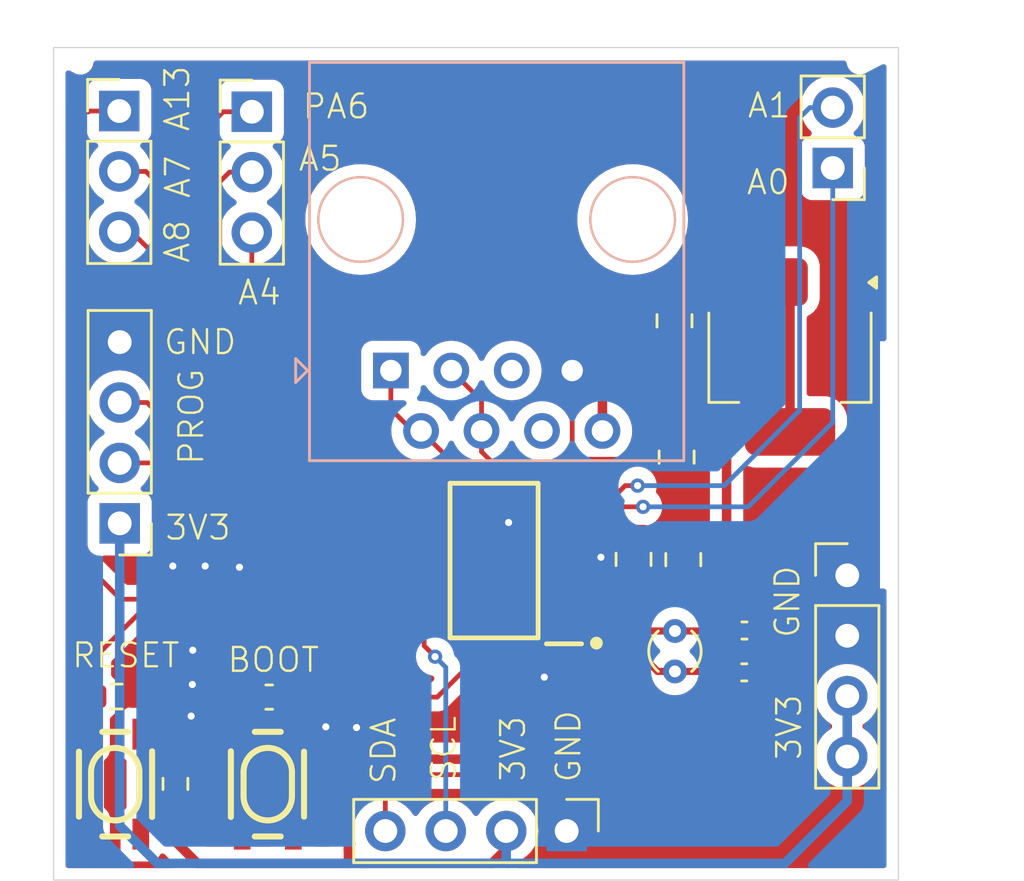
<source format=kicad_pcb>
(kicad_pcb (version 20240108) (generator "pcbnew") (generator_version "8.0")
  (layers (0 "F.Cu" signal) (31 "B.Cu" signal) (34 "B.Paste" user) (35 "F.Paste" user) (36 "B.SilkS" user "B.Silkscreen") (37 "F.SilkS" user "F.Silkscreen") (38 "B.Mask" user) (39 "F.Mask" user) (44 "Edge.Cuts" user))
  (net 0 "")
  (net 1 "OSCIN")
  (net 2 "VSS")
  (net 3 "OSCOUT")
  (net 4 "3V3")
  (net 5 "NRST")
  (net 6 "5V")
  (net 7 "PA4")
  (net 8 "PA7")
  (net 9 "I2C_SDA")
  (net 10 "USART1_RX")
  (net 11 "I2C_SCL")
  (net 12 "PA6")
  (net 13 "USART1_TX")
  (net 14 "BOOT")
  (net 15 "PA0")
  (net 16 "PA8")
  (net 17 "PA5")
  (net 18 "PA13")
  (net 19 "PA1")
  (net 20 "USART_RX")
  (net 21 "USART_TX")
  (net 22 "/I2C1_SDA_OLED")
  (net 23 "/I2C1_SCL_OLED")
  (net 24 "Net-(SW2-A)")
  (footprint "Package_TO_SOT_SMD:SOT-223-3_TabPin2" (layer "F.Cu") (at 133.4425 113.01 -90)
    (property "Reference" "U1" (hide yes))
    (property "Value" "LM1117-3.3")
    (fp_line (start -1.85 3.41) (end 1.91 3.41) (stroke (width 0.12)) (layer "F.SilkS"))
    (fp_line (start 1.91 3.41) (end 1.91 2.15) (stroke (width 0.12)) (layer "F.SilkS"))
    (fp_line (start -1.85 -3.41) (end 1.91 -3.41) (stroke (width 0.12)) (layer "F.SilkS"))
    (fp_line (start 1.91 -3.41) (end 1.91 -2.15) (stroke (width 0.12)) (layer "F.SilkS"))
    (fp_poly (pts (xy -3.13 -3.31) (xy -3.37 -3.64) (xy -2.89 -3.64) (xy -3.13 -3.31)) (stroke (width 0.12)) (fill solid) (layer "F.SilkS"))
    (pad "1" smd roundrect (at -3.15 -2.3 270) (size 2 1.5) (layers "F.Cu" "F.Paste" "F.Mask") (net 2 "VSS"))
    (pad "2" smd roundrect (at -3.15 0 270) (size 2 1.5) (layers "F.Cu" "F.Paste" "F.Mask") (net 4 "3V3"))
    (pad "2" smd roundrect (at 3.15 0 270) (size 2 3.8) (layers "F.Cu" "F.Paste" "F.Mask") (net 4 "3V3"))
    (pad "3" smd roundrect (at -3.15 2.3 270) (size 2 1.5) (layers "F.Cu" "F.Paste" "F.Mask") (net 6 "5V"))
  )
  (footprint "Capacitor_SMD:C_0603_1608Metric" (layer "F.Cu") (at 111.56 127.31)
    (property "Reference" "C5" (hide yes))
    (property "Value" "100nF")
    (fp_line (start -0.14058 -0.51) (end 0.14058 -0.51) (stroke (width 0.12)) (layer "F.SilkS"))
    (fp_line (start -0.14058 0.51) (end 0.14058 0.51) (stroke (width 0.12)) (layer "F.SilkS"))
    (pad "1" smd roundrect (at -0.775 0) (size 0.9 0.95) (layers "F.Cu" "F.Paste" "F.Mask") (net 2 "VSS"))
    (pad "2" smd roundrect (at 0.775 0) (size 0.9 0.95) (layers "F.Cu" "F.Paste" "F.Mask") (net 5 "NRST"))
  )
  (footprint "Connector_PinHeader_2.54mm:PinHeader_1x03_P2.54mm_Vertical" (layer "F.Cu") (at 110.83 102.7)
    (property "Reference" "J5" (hide yes))
    (property "Value" "GPIO OUT")
    (fp_line (start -1.33 -1.33) (end 0 -1.33) (stroke (width 0.12)) (layer "F.SilkS"))
    (fp_line (start -1.33 0) (end -1.33 -1.33) (stroke (width 0.12)) (layer "F.SilkS"))
    (fp_line (start -1.33 1.27) (end -1.33 6.41) (stroke (width 0.12)) (layer "F.SilkS"))
    (fp_line (start -1.33 1.27) (end 1.33 1.27) (stroke (width 0.12)) (layer "F.SilkS"))
    (fp_line (start -1.33 6.41) (end 1.33 6.41) (stroke (width 0.12)) (layer "F.SilkS"))
    (fp_line (start 1.33 1.27) (end 1.33 6.41) (stroke (width 0.12)) (layer "F.SilkS"))
    (pad "1" thru_hole rect (at 0 0) (size 1.7 1.7) (drill 1) (layers "*.Cu" "*.Mask") (net 12 "PA6"))
    (pad "2" thru_hole oval (at 0 2.54) (size 1.7 1.7) (drill 1) (layers "*.Cu" "*.Mask") (net 17 "PA5"))
    (pad "3" thru_hole oval (at 0 5.08) (size 1.7 1.7) (drill 1) (layers "*.Cu" "*.Mask") (net 7 "PA4"))
  )
  (footprint "Connector_PinHeader_2.54mm:PinHeader_1x02_P2.54mm_Vertical" (layer "F.Cu") (at 135.24 105.065 180)
    (property "Reference" "J4" (hide yes))
    (property "Value" "~")
    (fp_line (start 1.33 1.27) (end 1.33 3.87) (stroke (width 0.12)) (layer "F.SilkS"))
    (fp_line (start -1.33 3.87) (end 1.33 3.87) (stroke (width 0.12)) (layer "F.SilkS"))
    (fp_line (start -1.33 1.27) (end 1.33 1.27) (stroke (width 0.12)) (layer "F.SilkS"))
    (fp_line (start -1.33 1.27) (end -1.33 3.87) (stroke (width 0.12)) (layer "F.SilkS"))
    (fp_line (start -1.33 0) (end -1.33 -1.33) (stroke (width 0.12)) (layer "F.SilkS"))
    (fp_line (start -1.33 -1.33) (end 0 -1.33) (stroke (width 0.12)) (layer "F.SilkS"))
    (pad "1" thru_hole rect (at 0 0 180) (size 1.7 1.7) (drill 1) (layers "*.Cu" "*.Mask") (net 15 "PA0"))
    (pad "2" thru_hole oval (at 0 2.54 180) (size 1.7 1.7) (drill 1) (layers "*.Cu" "*.Mask") (net 19 "PA1"))
  )
  (footprint "Capacitor_SMD:C_0805_2012Metric" (layer "F.Cu") (at 128.68 117.22 -90)
    (property "Reference" "C7" (hide yes))
    (property "Value" "1uF")
    (fp_line (start -0.261252 0.735) (end 0.261252 0.735) (stroke (width 0.12)) (layer "F.SilkS"))
    (fp_line (start -0.261252 -0.735) (end 0.261252 -0.735) (stroke (width 0.12)) (layer "F.SilkS"))
    (pad "1" smd roundrect (at -0.95 0 270) (size 1 1.45) (layers "F.Cu" "F.Paste" "F.Mask") (net 4 "3V3"))
    (pad "2" smd roundrect (at 0.95 0 270) (size 1 1.45) (layers "F.Cu" "F.Paste" "F.Mask") (net 2 "VSS"))
  )
  (footprint "Capacitor_SMD:C_0402_1005Metric" (layer "F.Cu") (at 131.52 126.27 180)
    (property "Reference" "C1" (hide yes))
    (property "Value" "24pF")
    (fp_line (start -0.107836 0.36) (end 0.107836 0.36) (stroke (width 0.12)) (layer "F.SilkS"))
    (fp_line (start -0.107836 -0.36) (end 0.107836 -0.36) (stroke (width 0.12)) (layer "F.SilkS"))
    (pad "1" smd roundrect (at -0.48 0 180) (size 0.56 0.62) (layers "F.Cu" "F.Paste" "F.Mask") (net 2 "VSS"))
    (pad "2" smd roundrect (at 0.48 0 180) (size 0.56 0.62) (layers "F.Cu" "F.Paste" "F.Mask") (net 1 "OSCIN"))
  )
  (footprint "PCB_SKRPACE010:KEY-SMD_4P-L4.2-W3.2-P2.20-LS4.6" (layer "F.Cu") (at 111.5 130.97 -90)
    (property "Reference" "SW1" (hide yes))
    (property "Value" "EN" (hide yes))
    (fp_line (start -1.381 1.55) (end 1.381 1.55) (stroke (width 0.254)) (layer "F.SilkS"))
    (fp_line (start -0.508 1.016) (end 0.508 1.016) (stroke (width 0.254)) (layer "F.SilkS"))
    (fp_line (start -2.2 -0.544) (end -2.2 0.544) (stroke (width 0.254)) (layer "F.SilkS"))
    (fp_line (start 2.2 -0.544) (end 2.2 0.544) (stroke (width 0.254)) (layer "F.SilkS"))
    (fp_line (start -0.508 -1.016) (end 0.508 -1.016) (stroke (width 0.254)) (layer "F.SilkS"))
    (fp_line (start 1.366 -1.524) (end -1.366 -1.524) (stroke (width 0.254)) (layer "F.SilkS"))
    (fp_arc (start -0.508 1.016) (mid -1.524 0) (end -0.508 -1.016) (stroke (width 0.254)) (layer "F.SilkS"))
    (fp_arc (start 0.508 -1.016) (mid 1.524 0) (end 0.508 1.016) (stroke (width 0.254)) (layer "F.SilkS"))
    (pad "1" smd rect (at -2.1 -1.075 270) (size 1.3 0.7) (layers "F.Cu" "F.Paste" "F.Mask") (net 5 "NRST"))
    (pad "2" smd rect (at 2.1 -1.075 270) (size 1.3 0.7) (layers "F.Cu" "F.Paste" "F.Mask") (net 5 "NRST"))
    (pad "3" smd rect (at -2.1 1.075 270) (size 1.3 0.7) (layers "F.Cu" "F.Paste" "F.Mask") (net 2 "VSS"))
    (pad "4" smd rect (at 2.1 1.075 270) (size 1.3 0.7) (layers "F.Cu" "F.Paste" "F.Mask") (net 2 "VSS"))
  )
  (footprint "Crystal:Crystal_DS15_D1.5mm_L5.0mm_Vertical" (layer "F.Cu") (at 128.61 124.53 -90)
    (property "Reference" "Y1" (hide yes))
    (property "Value" "32.768 kHz")
    (fp_arc (start 1.700549 0.699333) (mid 0.850432 1.101136) (end 0 0.7) (stroke (width 0.12)) (layer "F.SilkS"))
    (fp_arc (start 0 -0.7) (mid 0.850432 -1.101136) (end 1.700549 -0.699333) (stroke (width 0.12)) (layer "F.SilkS"))
    (pad "1" thru_hole circle (at 0 0 270) (size 1 1) (drill 0.5) (layers "*.Cu" "*.Mask") (net 3 "OSCOUT"))
    (pad "2" thru_hole circle (at 1.7 0 270) (size 1 1) (drill 0.5) (layers "*.Cu" "*.Mask") (net 1 "OSCIN"))
  )
  (footprint "STM32G050F6P6:SOP65P640X120-20N" (layer "F.Cu") (at 121.01 121.57 180)
    (property "Reference" "IC1" (hide yes))
    (property "Value" "STM32G050F6P6" (hide yes))
    (fp_line (start 1.85 3.25) (end -1.85 3.25) (stroke (width 0.2)) (layer "F.SilkS"))
    (fp_line (start 1.85 -3.25) (end 1.85 3.25) (stroke (width 0.2)) (layer "F.SilkS"))
    (fp_line (start -1.85 3.25) (end -1.85 -3.25) (stroke (width 0.2)) (layer "F.SilkS"))
    (fp_line (start -1.85 -3.25) (end 1.85 -3.25) (stroke (width 0.2)) (layer "F.SilkS"))
    (fp_line (start -3.675 -3.5) (end -2.2 -3.5) (stroke (width 0.2)) (layer "F.SilkS"))
    (pad "1" smd rect (at -2.938 -2.925 270) (size 0.45 1.475) (layers "F.Cu" "F.Paste" "F.Mask") (net 9 "I2C_SDA"))
    (pad "2" smd rect (at -2.938 -2.275 270) (size 0.45 1.475) (layers "F.Cu" "F.Paste" "F.Mask") (net 1 "OSCIN"))
    (pad "3" smd rect (at -2.938 -1.625 270) (size 0.45 1.475) (layers "F.Cu" "F.Paste" "F.Mask") (net 3 "OSCOUT"))
    (pad "4" smd rect (at -2.938 -0.975 270) (size 0.45 1.475) (layers "F.Cu" "F.Paste" "F.Mask") (net 4 "3V3"))
    (pad "5" smd rect (at -2.938 -0.325 270) (size 0.45 1.475) (layers "F.Cu" "F.Paste" "F.Mask") (net 2 "VSS"))
    (pad "6" smd rect (at -2.938 0.325 270) (size 0.45 1.475) (layers "F.Cu" "F.Paste" "F.Mask") (net 5 "NRST"))
    (pad "7" smd rect (at -2.938 0.975 270) (size 0.45 1.475) (layers "F.Cu" "F.Paste" "F.Mask") (net 15 "PA0"))
    (pad "8" smd rect (at -2.938 1.625 270) (size 0.45 1.475) (layers "F.Cu" "F.Paste" "F.Mask") (net 19 "PA1"))
    (pad "9" smd rect (at -2.938 2.275 270) (size 0.45 1.475) (layers "F.Cu" "F.Paste" "F.Mask") (net 20 "USART_RX"))
    (pad "10" smd rect (at -2.938 2.925 270) (size 0.45 1.475) (layers "F.Cu" "F.Paste" "F.Mask") (net 21 "USART_TX"))
    (pad "11" smd rect (at 2.938 2.925 270) (size 0.45 1.475) (layers "F.Cu" "F.Paste" "F.Mask") (net 7 "PA4"))
    (pad "12" smd rect (at 2.938 2.275 270) (size 0.45 1.475) (layers "F.Cu" "F.Paste" "F.Mask") (net 17 "PA5"))
    (pad "13" smd rect (at 2.938 1.625 270) (size 0.45 1.475) (layers "F.Cu" "F.Paste" "F.Mask") (net 12 "PA6"))
    (pad "14" smd rect (at 2.938 0.975 270) (size 0.45 1.475) (layers "F.Cu" "F.Paste" "F.Mask") (net 8 "PA7"))
    (pad "15" smd rect (at 2.938 0.325 270) (size 0.45 1.475) (layers "F.Cu" "F.Paste" "F.Mask") (net 16 "PA8"))
    (pad "16" smd rect (at 2.938 -0.325 270) (size 0.45 1.475) (layers "F.Cu" "F.Paste" "F.Mask") (net 13 "USART1_TX"))
    (pad "17" smd rect (at 2.938 -0.975 270) (size 0.45 1.475) (layers "F.Cu" "F.Paste" "F.Mask") (net 10 "USART1_RX"))
    (pad "18" smd rect (at 2.938 -1.625 270) (size 0.45 1.475) (layers "F.Cu" "F.Paste" "F.Mask") (net 18 "PA13"))
    (pad "19" smd rect (at 2.938 -2.275 270) (size 0.45 1.475) (layers "F.Cu" "F.Paste" "F.Mask") (net 14 "BOOT"))
    (pad "20" smd rect (at 2.938 -2.925 270) (size 0.45 1.475) (layers "F.Cu" "F.Paste" "F.Mask") (net 11 "I2C_SCL"))
  )
  (footprint "Connector_PinHeader_2.54mm:PinHeader_1x04_P2.54mm_Vertical" (layer "F.Cu") (at 124.06 132.94 -90)
    (property "Reference" "J1" (hide yes))
    (property "Value" "oled")
    (fp_line (start -1.33 8.95) (end 1.33 8.95) (stroke (width 0.12)) (layer "F.SilkS"))
    (fp_line (start -1.33 1.27) (end -1.33 8.95) (stroke (width 0.12)) (layer "F.SilkS"))
    (fp_line (start -1.33 1.27) (end 1.33 1.27) (stroke (width 0.12)) (layer "F.SilkS"))
    (fp_line (start 1.33 1.27) (end 1.33 8.95) (stroke (width 0.12)) (layer "F.SilkS"))
    (fp_line (start -1.33 0) (end -1.33 -1.33) (stroke (width 0.12)) (layer "F.SilkS"))
    (fp_line (start -1.33 -1.33) (end 0 -1.33) (stroke (width 0.12)) (layer "F.SilkS"))
    (pad "1" thru_hole rect (at 0 0 270) (size 1.7 1.7) (drill 1) (layers "*.Cu" "*.Mask") (net 2 "VSS"))
    (pad "2" thru_hole oval (at 0 2.54 270) (size 1.7 1.7) (drill 1) (layers "*.Cu" "*.Mask") (net 4 "3V3"))
    (pad "3" thru_hole oval (at 0 5.08 270) (size 1.7 1.7) (drill 1) (layers "*.Cu" "*.Mask") (net 11 "I2C_SCL"))
    (pad "4" thru_hole oval (at 0 7.62 270) (size 1.7 1.7) (drill 1) (layers "*.Cu" "*.Mask") (net 9 "I2C_SDA"))
  )
  (footprint "Resistor_SMD:R_0603_1608Metric" (layer "F.Cu") (at 107.62 130.96 90)
    (property "Reference" "R1" (hide yes))
    (property "Value" "100R")
    (fp_line (start -0.237258 -0.5225) (end 0.237258 -0.5225) (stroke (width 0.12)) (layer "F.SilkS"))
    (fp_line (start -0.237258 0.5225) (end 0.237258 0.5225) (stroke (width 0.12)) (layer "F.SilkS"))
    (pad "1" smd roundrect (at -0.825 0 90) (size 0.8 0.95) (layers "F.Cu" "F.Paste" "F.Mask") (net 4 "3V3"))
    (pad "2" smd roundrect (at 0.825 0 90) (size 0.8 0.95) (layers "F.Cu" "F.Paste" "F.Mask") (net 24 "Net-(SW2-A)"))
  )
  (footprint "Connector_PinHeader_2.54mm:PinHeader_1x04_P2.54mm_Vertical" (layer "F.Cu") (at 135.85 122.19)
    (property "Reference" "J7" (hide yes))
    (property "Value" "oled")
    (fp_line (start -1.33 -1.33) (end 0 -1.33) (stroke (width 0.12)) (layer "F.SilkS"))
    (fp_line (start -1.33 0) (end -1.33 -1.33) (stroke (width 0.12)) (layer "F.SilkS"))
    (fp_line (start -1.33 1.27) (end -1.33 8.95) (stroke (width 0.12)) (layer "F.SilkS"))
    (fp_line (start -1.33 1.27) (end 1.33 1.27) (stroke (width 0.12)) (layer "F.SilkS"))
    (fp_line (start -1.33 8.95) (end 1.33 8.95) (stroke (width 0.12)) (layer "F.SilkS"))
    (fp_line (start 1.33 1.27) (end 1.33 8.95) (stroke (width 0.12)) (layer "F.SilkS"))
    (pad "1" thru_hole rect (at 0 0) (size 1.7 1.7) (drill 1) (layers "*.Cu" "*.Mask") (net 2 "VSS"))
    (pad "2" thru_hole oval (at 0 2.54) (size 1.7 1.7) (drill 1) (layers "*.Cu" "*.Mask") (net 2 "VSS"))
    (pad "3" thru_hole oval (at 0 5.08) (size 1.7 1.7) (drill 1) (layers "*.Cu" "*.Mask") (net 4 "3V3"))
    (pad "4" thru_hole oval (at 0 7.62) (size 1.7 1.7) (drill 1) (layers "*.Cu" "*.Mask") (net 4 "3V3"))
  )
  (footprint "Connector_PinHeader_2.54mm:PinHeader_1x04_P2.54mm_Vertical" (layer "F.Cu") (at 105.2787 120.005 180)
    (property "Reference" "J3" (hide yes))
    (property "Value" "SERIAL PROG")
    (fp_line (start 1.33 1.27) (end 1.33 8.95) (stroke (width 0.12)) (layer "F.SilkS"))
    (fp_line (start -1.33 8.95) (end 1.33 8.95) (stroke (width 0.12)) (layer "F.SilkS"))
    (fp_line (start -1.33 1.27) (end 1.33 1.27) (stroke (width 0.12)) (layer "F.SilkS"))
    (fp_line (start -1.33 1.27) (end -1.33 8.95) (stroke (width 0.12)) (layer "F.SilkS"))
    (fp_line (start -1.33 0) (end -1.33 -1.33) (stroke (width 0.12)) (layer "F.SilkS"))
    (fp_line (start -1.33 -1.33) (end 0 -1.33) (stroke (width 0.12)) (layer "F.SilkS"))
    (pad "1" thru_hole rect (at 0 0 180) (size 1.7 1.7) (drill 1) (layers "*.Cu" "*.Mask") (net 4 "3V3"))
    (pad "2" thru_hole oval (at 0 2.54 180) (size 1.7 1.7) (drill 1) (layers "*.Cu" "*.Mask") (net 10 "USART1_RX"))
    (pad "3" thru_hole oval (at 0 5.08 180) (size 1.7 1.7) (drill 1) (layers "*.Cu" "*.Mask") (net 13 "USART1_TX"))
    (pad "4" thru_hole oval (at 0 7.62 180) (size 1.7 1.7) (drill 1) (layers "*.Cu" "*.Mask") (net 2 "VSS"))
  )
  (footprint "Connector_PinHeader_2.54mm:PinHeader_1x03_P2.54mm_Vertical" (layer "F.Cu") (at 105.26 102.67)
    (property "Reference" "J6" (hide yes))
    (property "Value" "Conn_01x03")
    (fp_line (start -1.33 -1.33) (end 0 -1.33) (stroke (width 0.12)) (layer "F.SilkS"))
    (fp_line (start -1.33 0) (end -1.33 -1.33) (stroke (width 0.12)) (layer "F.SilkS"))
    (fp_line (start -1.33 1.27) (end -1.33 6.41) (stroke (width 0.12)) (layer "F.SilkS"))
    (fp_line (start -1.33 1.27) (end 1.33 1.27) (stroke (width 0.12)) (layer "F.SilkS"))
    (fp_line (start -1.33 6.41) (end 1.33 6.41) (stroke (width 0.12)) (layer "F.SilkS"))
    (fp_line (start 1.33 1.27) (end 1.33 6.41) (stroke (width 0.12)) (layer "F.SilkS"))
    (pad "1" thru_hole rect (at 0 0) (size 1.7 1.7) (drill 1) (layers "*.Cu" "*.Mask") (net 18 "PA13"))
    (pad "2" thru_hole oval (at 0 2.54) (size 1.7 1.7) (drill 1) (layers "*.Cu" "*.Mask") (net 8 "PA7"))
    (pad "3" thru_hole oval (at 0 5.08) (size 1.7 1.7) (drill 1) (layers "*.Cu" "*.Mask") (net 16 "PA8"))
  )
  (footprint "PCB_SKRPACE010:KEY-SMD_4P-L4.2-W3.2-P2.20-LS4.6" (layer "F.Cu") (at 105.09 130.97 90)
    (property "Reference" "SW2" (hide yes))
    (property "Value" "BOOT" (hide yes))
    (fp_line (start 1.366 -1.524) (end -1.366 -1.524) (stroke (width 0.254)) (layer "F.SilkS"))
    (fp_line (start -0.508 -1.016) (end 0.508 -1.016) (stroke (width 0.254)) (layer "F.SilkS"))
    (fp_line (start 2.2 -0.544) (end 2.2 0.544) (stroke (width 0.254)) (layer "F.SilkS"))
    (fp_line (start -2.2 -0.544) (end -2.2 0.544) (stroke (width 0.254)) (layer "F.SilkS"))
    (fp_line (start -0.508 1.016) (end 0.508 1.016) (stroke (width 0.254)) (layer "F.SilkS"))
    (fp_line (start -1.381 1.55) (end 1.381 1.55) (stroke (width 0.254)) (layer "F.SilkS"))
    (fp_arc (start 0.508 -1.016) (mid 1.524 0) (end 0.508 1.016) (stroke (width 0.254)) (layer "F.SilkS"))
    (fp_arc (start -0.508 1.016) (mid -1.524 0) (end -0.508 -1.016) (stroke (width 0.254)) (layer "F.SilkS"))
    (pad "1" smd rect (at -2.1 -1.075 90) (size 1.3 0.7) (layers "F.Cu" "F.Paste" "F.Mask") (net 14 "BOOT"))
    (pad "2" smd rect (at 2.1 -1.075 90) (size 1.3 0.7) (layers "F.Cu" "F.Paste" "F.Mask") (net 14 "BOOT"))
    (pad "3" smd rect (at -2.1 1.075 90) (size 1.3 0.7) (layers "F.Cu" "F.Paste" "F.Mask") (net 24 "Net-(SW2-A)"))
    (pad "4" smd rect (at 2.1 1.075 90) (size 1.3 0.7) (layers "F.Cu" "F.Paste" "F.Mask") (net 24 "Net-(SW2-A)"))
  )
  (footprint "Capacitor_SMD:C_0805_2012Metric" (layer "F.Cu") (at 128.96 121.53 90)
    (property "Reference" "C3" (hide yes))
    (property "Value" "4.7uF")
    (fp_line (start -0.261252 -0.735) (end 0.261252 -0.735) (stroke (width 0.12)) (layer "F.SilkS"))
    (fp_line (start -0.261252 0.735) (end 0.261252 0.735) (stroke (width 0.12)) (layer "F.SilkS"))
    (pad "1" smd roundrect (at -0.95 0 90) (size 1 1.45) (layers "F.Cu" "F.Paste" "F.Mask") (net 4 "3V3"))
    (pad "2" smd roundrect (at 0.95 0 90) (size 1 1.45) (layers "F.Cu" "F.Paste" "F.Mask") (net 2 "VSS"))
  )
  (footprint "Resistor_SMD:R_0603_1608Metric" (layer "F.Cu") (at 105.143 127.287 180)
    (property "Reference" "R2" (hide yes))
    (property "Value" "15K")
    (fp_line (start -0.237258 0.5225) (end 0.237258 0.5225) (stroke (width 0.12)) (layer "F.SilkS"))
    (fp_line (start -0.237258 -0.5225) (end 0.237258 -0.5225) (stroke (width 0.12)) (layer "F.SilkS"))
    (pad "1" smd roundrect (at -0.825 0 180) (size 0.8 0.95) (layers "F.Cu" "F.Paste" "F.Mask") (net 2 "VSS"))
    (pad "2" smd roundrect (at 0.825 0 180) (size 0.8 0.95) (layers "F.Cu" "F.Paste" "F.Mask") (net 14 "BOOT"))
  )
  (footprint "Capacitor_SMD:C_0402_1005Metric" (layer "F.Cu") (at 131.53 124.51 180)
    (property "Reference" "C2" (hide yes))
    (property "Value" "24pF")
    (fp_line (start -0.107836 0.36) (end 0.107836 0.36) (stroke (width 0.12)) (layer "F.SilkS"))
    (fp_line (start -0.107836 -0.36) (end 0.107836 -0.36) (stroke (width 0.12)) (layer "F.SilkS"))
    (pad "1" smd roundrect (at -0.48 0 180) (size 0.56 0.62) (layers "F.Cu" "F.Paste" "F.Mask") (net 2 "VSS"))
    (pad "2" smd roundrect (at 0.48 0 180) (size 0.56 0.62) (layers "F.Cu" "F.Paste" "F.Mask") (net 3 "OSCOUT"))
  )
  (footprint "Capacitor_SMD:C_0805_2012Metric" (layer "F.Cu") (at 126.87 121.52 90)
    (property "Reference" "C4" (hide yes))
    (property "Value" "100nF")
    (fp_line (start -0.261252 -0.735) (end 0.261252 -0.735) (stroke (width 0.12)) (layer "F.SilkS"))
    (fp_line (start -0.261252 0.735) (end 0.261252 0.735) (stroke (width 0.12)) (layer "F.SilkS"))
    (pad "1" smd roundrect (at -0.95 0 90) (size 1 1.45) (layers "F.Cu" "F.Paste" "F.Mask") (net 4 "3V3"))
    (pad "2" smd roundrect (at 0.95 0 90) (size 1 1.45) (layers "F.Cu" "F.Paste" "F.Mask") (net 2 "VSS"))
  )
  (footprint "Capacitor_SMD:C_0805_2012Metric" (layer "F.Cu") (at 128.59 111.49 -90)
    (property "Reference" "C6" (hide yes))
    (property "Value" "10uF")
    (fp_line (start -0.261252 0.735) (end 0.261252 0.735) (stroke (width 0.12)) (layer "F.SilkS"))
    (fp_line (start -0.261252 -0.735) (end 0.261252 -0.735) (stroke (width 0.12)) (layer "F.SilkS"))
    (pad "1" smd roundrect (at -0.95 0 270) (size 1 1.45) (layers "F.Cu" "F.Paste" "F.Mask") (net 6 "5V"))
    (pad "2" smd roundrect (at 0.95 0 270) (size 1 1.45) (layers "F.Cu" "F.Paste" "F.Mask") (net 2 "VSS"))
  )
  (footprint "Connector_RJ:RJ45_OST_PJ012-8P8CX_Vertical" (layer "B.Cu") (at 116.6725 113.58)
    (property "Reference" "J2" (hide yes))
    (property "Value" "RJ45 PORT")
    (fp_line (start -4 -0.5) (end -4 0.5) (stroke (width 0.12)) (layer "B.SilkS"))
    (fp_line (start -4 0.5) (end -3.5 0) (stroke (width 0.12)) (layer "B.SilkS"))
    (fp_line (start -3.5 0) (end -4 -0.5) (stroke (width 0.12)) (layer "B.SilkS"))
    (fp_line (start -3.42 -12.95) (end -3.42 3.79) (stroke (width 0.12)) (layer "B.SilkS"))
    (fp_line (start -3.42 -12.95) (end 12.31 -12.95) (stroke (width 0.12)) (layer "B.SilkS"))
    (fp_line (start -3.42 3.79) (end 12.3 3.79) (stroke (width 0.12)) (layer "B.SilkS"))
    (fp_line (start 12.31 -12.95) (end 12.31 3.79) (stroke (width 0.12)) (layer "B.SilkS"))
    (pad "" np_thru_hole circle (at -1.27 -6.35) (size 3.65 3.65) (drill 3.45) (layers "*.Cu" "*.SilkS" "*.Mask"))
    (pad "" np_thru_hole circle (at 10.16 -6.35) (size 3.65 3.65) (drill 3.45) (layers "*.Cu" "*.SilkS" "*.Mask"))
    (pad "1" thru_hole rect (at 0 0) (size 1.5 1.5) (drill 0.9) (layers "*.Cu" "*.Mask") (net 21 "USART_TX"))
    (pad "2" thru_hole circle (at 1.27 2.54) (size 1.5 1.5) (drill 0.9) (layers "*.Cu" "*.Mask") (net 21 "USART_TX"))
    (pad "3" thru_hole circle (at 2.54 0) (size 1.5 1.5) (drill 0.9) (layers "*.Cu" "*.Mask") (net 20 "USART_RX"))
    (pad "4" thru_hole circle (at 3.81 2.54) (size 1.5 1.5) (drill 0.9) (layers "*.Cu" "*.Mask") (net 20 "USART_RX"))
    (pad "5" thru_hole circle (at 5.08 0) (size 1.5 1.5) (drill 0.9) (layers "*.Cu" "*.Mask") (net 22 "/I2C1_SDA_OLED"))
    (pad "6" thru_hole circle (at 6.35 2.54) (size 1.5 1.5) (drill 0.9) (layers "*.Cu" "*.Mask") (net 23 "/I2C1_SCL_OLED"))
    (pad "7" thru_hole circle (at 7.62 0) (size 1.5 1.5) (drill 0.9) (layers "*.Cu" "*.Mask") (net 2 "VSS"))
    (pad "8" thru_hole circle (at 8.89 2.54) (size 1.5 1.5) (drill 0.9) (layers "*.Cu" "*.Mask") (net 6 "5V"))
  )
  (gr_circle (center 125.31 125.04) (end 125.34 125) (stroke (width 0.1)) (fill none) (layer "F.SilkS"))
  (gr_circle (center 125.31 125.04) (end 125.37 124.83) (stroke (width 0.1)) (fill none) (layer "F.SilkS"))
  (gr_circle (center 125.31 125.04) (end 125.32 124.91) (stroke (width 0.1)) (fill none) (layer "F.SilkS"))
  (gr_line (start 102.5 135) (end 138 135) (stroke (width 0.05)) (layer "Edge.Cuts"))
  (gr_line (start 138 100) (end 102.5 100) (stroke (width 0.05)) (layer "Edge.Cuts"))
  (gr_line (start 138 135) (end 138 100) (stroke (width 0.05)) (layer "Edge.Cuts"))
  (gr_line (start 102.5 100) (end 102.5 135) (stroke (width 0.05)) (layer "Edge.Cuts"))
  (gr_text "BOOT\n" (at 109.74 126.33 0) (layer "F.SilkS") (effects (font (size 1 1) (thickness 0.1)) (justify left bottom)))
  (gr_text "3V3" (at 122.39 130.93 90) (layer "F.SilkS") (effects (font (size 1 1) (thickness 0.1)) (justify left bottom)))
  (gr_text "A13" (at 108.28 103.59 90) (layer "F.SilkS") (effects (font (size 1 1) (thickness 0.1)) (justify left bottom)))
  (gr_text "3V3" (at 107.12 120.77 0) (layer "F.SilkS") (effects (font (size 1 1) (thickness 0.1)) (justify left bottom)))
  (gr_text "3V3" (at 133.990452 130.021452 90) (layer "F.SilkS") (effects (font (size 1 1) (thickness 0.1)) (justify left bottom)))
  (gr_text "GND" (at 107.07 112.97 0) (layer "F.SilkS") (effects (font (size 1 1) (thickness 0.1)) (justify left bottom)))
  (gr_text "GND" (at 133.92 124.89 90) (layer "F.SilkS") (effects (font (size 1 1) (thickness 0.1)) (justify left bottom)))
  (gr_text "A1" (at 131.6 103.02 0) (layer "F.SilkS") (effects (font (size 1 1) (thickness 0.1)) (justify left bottom)))
  (gr_text "SCL" (at 119.48 130.92 90) (layer "F.SilkS") (effects (font (size 1 1) (thickness 0.1)) (justify left bottom)))
  (gr_text "A0" (at 131.56 106.25 0) (layer "F.SilkS") (effects (font (size 1 1) (thickness 0.1)) (justify left bottom)))
  (gr_text "RESET" (at 103.21 126.14 0) (layer "F.SilkS") (effects (font (size 1 1) (thickness 0.1)) (justify left bottom)))
  (gr_text "A4" (at 110.18 110.89 0) (layer "F.SilkS") (effects (font (size 1 1) (thickness 0.1)) (justify left bottom)))
  (gr_text "GND" (at 124.72 130.97 90) (layer "F.SilkS") (effects (font (size 1 1) (thickness 0.1)) (justify left bottom)))
  (gr_text "A8" (at 108.28 109.12 90) (layer "F.SilkS") (effects (font (size 1 1) (thickness 0.1)) (justify left bottom)))
  (gr_text "PA6" (at 112.9 103.06 0) (layer "F.SilkS") (effects (font (size 1 1) (thickness 0.1)) (justify left bottom)))
  (gr_text "SDA" (at 116.95 131.04 90) (layer "F.SilkS") (effects (font (size 1 1) (thickness 0.1)) (justify left bottom)))
  (gr_text "A5" (at 112.73 105.26 0) (layer "F.SilkS") (effects (font (size 1 1) (thickness 0.1)) (justify left bottom)))
  (gr_text "A7" (at 108.31 106.4 90) (layer "F.SilkS") (effects (font (size 1 1) (thickness 0.1)) (justify left bottom)))
  (gr_text "PROG" (at 108.87 117.61 90) (layer "F.SilkS") (effects (font (size 1 1) (thickness 0.1)) (justify left bottom)))
  (segment (start 125.495 123.845) (end 127.88 126.23) (width 0.3) (layer "F.Cu") (net 1))
  (segment (start 123.948 123.845) (end 124.69 123.845) (width 0.3) (layer "F.Cu") (net 1))
  (segment (start 124.69 123.845) (end 125.495 123.845) (width 0.3) (layer "F.Cu") (net 1))
  (segment (start 131 126.23) (end 131.04 126.27) (width 0.3) (layer "F.Cu") (net 1))
  (segment (start 124.69 123.845) (end 124.9605 123.845) (width 0.3) (layer "F.Cu") (net 1))
  (segment (start 128.61 126.23) (end 131 126.23) (width 0.3) (layer "F.Cu") (net 1))
  (segment (start 127.88 126.23) (end 128.61 126.23) (width 0.3) (layer "F.Cu") (net 1))
  (segment (start 127.593 117.083) (end 128.68 118.17) (width 0.2) (layer "F.Cu") (net 2))
  (segment (start 121.33 126.7) (end 120.87 127.16) (width 0.2) (layer "F.Cu") (net 2))
  (segment (start 110.425 133.07) (end 110.425 128.87) (width 0.2) (layer "F.Cu") (net 2))
  (segment (start 123.948 121.895) (end 122.025 121.895) (width 0.2) (layer "F.Cu") (net 2))
  (segment (start 124.2925 116.9025) (end 124.2925 113.58) (width 0.2) (layer "F.Cu") (net 2))
  (segment (start 124.7 117.31) (end 124.2925 116.9025) (width 0.2) (layer "F.Cu") (net 2))
  (segment (start 121.33 122.59) (end 121.33 126.7) (width 0.2) (layer "F.Cu") (net 2))
  (segment (start 123.948 121.895) (end 124.84 121.895) (width 0.2) (layer "F.Cu") (net 2))
  (segment (start 125.035 121.895) (end 125.5 121.43) (width 0.2) (layer "F.Cu") (net 2))
  (segment (start 122.025 121.895) (end 121.33 122.59) (width 0.2) (layer "F.Cu") (net 2))
  (segment (start 127.366 117.31) (end 124.7 117.31) (width 0.2) (layer "F.Cu") (net 2))
  (segment (start 110.937 127.4063) (end 110.937 127.187) (width 0.2) (layer "F.Cu") (net 2))
  (segment (start 128.59 112.44) (end 127.593 113.437) (width 0.2) (layer "F.Cu") (net 2))
  (segment (start 127.593 113.437) (end 127.593 117.083) (width 0.2) (layer "F.Cu") (net 2))
  (segment (start 124.84 121.895) (end 125.035 121.895) (width 0.2) (layer "F.Cu") (net 2))
  (segment (start 135.85 124.73) (end 135.85 122.19) (width 0.2) (layer "F.Cu") (net 2))
  (segment (start 127.593 117.083) (end 127.366 117.31) (width 0.2) (layer "F.Cu") (net 2))
  (segment (start 135.7425 109.86) (end 136.47 110.5875) (width 0.2) (layer "F.Cu") (net 2))
  (via (at 123.12 126.47) (size 0.6) (drill 0.3) (layers "F.Cu" "B.Cu") (net 2))
  (via (at 108.28 128.11) (size 0.6) (drill 0.3) (layers "F.Cu" "B.Cu") (net 2))
  (via (at 110.31 121.85) (size 0.6) (drill 0.3) (layers "F.Cu" "B.Cu") (net 2))
  (via (at 108.87 121.8) (size 0.6) (drill 0.3) (layers "F.Cu" "B.Cu") (net 2))
  (via (at 108.35 125.34) (size 0.6) (drill 0.3) (layers "F.Cu" "B.Cu") (net 2))
  (via (at 121.62 119.97) (size 0.6) (drill 0.3) (layers "F.Cu" "B.Cu") (net 2))
  (via (at 113.94 128.56) (size 0.6) (drill 0.3) (layers "F.Cu" "B.Cu") (net 2))
  (via (at 125.5 121.43) (size 0.6) (drill 0.3) (layers "F.Cu" "B.Cu") (net 2))
  (via (at 115.23 128.59) (size 0.6) (drill 0.3) (layers "F.Cu" "B.Cu") (net 2))
  (via (at 107.51 121.8) (size 0.6) (drill 0.3) (layers "F.Cu" "B.Cu") (net 2))
  (via (at 108.33 126.78) (size 0.6) (drill 0.3) (layers "F.Cu" "B.Cu") (net 2))
  (segment (start 123.948 123.195) (end 125.805 123.195) (width 0.3) (layer "F.Cu") (net 3))
  (segment (start 131.03 124.53) (end 131.05 124.51) (width 0.3) (layer "F.Cu") (net 3))
  (segment (start 125.805 123.195) (end 127.14 124.53) (width 0.3) (layer "F.Cu") (net 3))
  (segment (start 127.14 124.53) (end 128.61 124.53) (width 0.3) (layer "F.Cu") (net 3))
  (segment (start 128.61 124.53) (end 131.03 124.53) (width 0.3) (layer "F.Cu") (net 3))
  (segment (start 114.85 134.3) (end 108.54 134.3) (width 0.4) (layer "F.Cu") (net 4))
  (segment (start 130.78 116.16) (end 130.78 121.64) (width 0.4) (layer "F.Cu") (net 4))
  (segment (start 126.91 122.15) (end 126.515 122.545) (width 0.2) (layer "F.Cu") (net 4))
  (segment (start 123.948 122.545) (end 123.0105 122.545) (width 0.2) (layer "F.Cu") (net 4))
  (segment (start 123.948 122.545) (end 122.68 122.545) (width 0.4) (layer "F.Cu") (net 4))
  (segment (start 122.2 123.04) (end 122.2 128.47) (width 0.4) (layer "F.Cu") (net 4))
  (segment (start 120.92 134.3) (end 121.52 133.7) (width 0.4) (layer "F.Cu") (net 4))
  (segment (start 130.78 116.16) (end 128.79 116.16) (width 0.4) (layer "F.Cu") (net 4))
  (segment (start 127.61 122.48) (end 126.88 122.48) (width 0.4) (layer "F.Cu") (net 4))
  (segment (start 114.89 132.92) (end 114.89 133.76) (width 0.4) (layer "F.Cu") (net 4))
  (segment (start 128.79 116.16) (end 128.68 116.27) (width 0.4) (layer "F.Cu") (net 4))
  (segment (start 107.62 133.38) (end 107.62 131.785) (width 0.4) (layer "F.Cu") (net 4))
  (segment (start 115.69 134.3) (end 114.85 134.3) (width 0.4) (layer "F.Cu") (net 4))
  (segment (start 121.52 133.7) (end 121.52 132.94) (width 0.4) (layer "F.Cu") (net 4))
  (segment (start 120.75 129.92) (end 115.69 129.92) (width 0.4) (layer "F.Cu") (net 4))
  (segment (start 133.4425 109.86) (end 133.4425 116.16) (width 0.4) (layer "F.Cu") (net 4))
  (segment (start 126.795 122.545) (end 126.87 122.47) (width 0.2) (layer "F.Cu") (net 4))
  (segment (start 108.54 134.3) (end 107.62 133.38) (width 0.4) (layer "F.Cu") (net 4))
  (segment (start 126.88 122.48) (end 126.87 122.47) (width 0.4) (layer "F.Cu") (net 4))
  (segment (start 114.89 130.72) (end 114.89 132.92) (width 0.4) (layer "F.Cu") (net 4))
  (segment (start 122.2 128.47) (end 120.75 129.92) (width 0.4) (layer "F.Cu") (net 4))
  (segment (start 114.89 132.92) (end 114.89 134.26) (width 0.4) (layer "F.Cu") (net 4))
  (segment (start 115.69 134.3) (end 120.92 134.3) (width 0.4) (layer "F.Cu") (net 4))
  (segment (start 127.545 122.545) (end 123.948 122.545) (width 0.4) (layer "F.Cu") (net 4))
  (segment (start 115.69 129.92) (end 114.89 130.72) (width 0.4) (layer "F.Cu") (net 4))
  (segment (start 133.4425 116.16) (end 130.78 116.16) (width 0.4) (layer "F.Cu") (net 4))
  (segment (start 129.94 122.48) (end 128.96 122.48) (width 0.4) (layer "F.Cu") (net 4))
  (segment (start 114.89 134.26) (end 114.85 134.3) (width 0.4) (layer "F.Cu") (net 4))
  (segment (start 122.68 122.545) (end 122.68 122.56) (width 0.4) (layer "F.Cu") (net 4))
  (segment (start 130.78 121.64) (end 129.94 122.48) (width 0.4) (layer "F.Cu") (net 4))
  (segment (start 115.43 134.3) (end 115.69 134.3) (width 0.4) (layer "F.Cu") (net 4))
  (segment (start 122.68 122.56) (end 122.2 123.04) (width 0.4) (layer "F.Cu") (net 4))
  (segment (start 128.96 122.48) (end 127.61 122.48) (width 0.4) (layer "F.Cu") (net 4))
  (segment (start 127.61 122.48) (end 127.545 122.545) (width 0.4) (layer "F.Cu") (net 4))
  (segment (start 120.93 134.3) (end 121.57 134.3) (width 0.4) (layer "B.Cu") (net 4))
  (segment (start 121.57 134.3) (end 128.21 134.3) (width 0.4) (layer "B.Cu") (net 4))
  (segment (start 121.52 134.25) (end 121.57 134.3) (width 0.4) (layer "B.Cu") (net 4))
  (segment (start 135.85 131.68) (end 135.85 127.27) (width 0.4) (layer "B.Cu") (net 4))
  (segment (start 133.23 134.3) (end 135.85 131.68) (width 0.4) (layer "B.Cu") (net 4))
  (segment (start 121.52 132.94) (end 121.52 134.25) (width 0.4) (layer "B.Cu") (net 4))
  (segment (start 106.86 134.3) (end 120.93 134.3) (width 0.4) (layer "B.Cu") (net 4))
  (segment (start 128.21 134.3) (end 133.23 134.3) (width 0.4) (layer "B.Cu") (net 4))
  (segment (start 121.52 133.71) (end 121.52 132.94) (width 0.4) (layer "B.Cu") (net 4))
  (segment (start 105.2787 132.7187) (end 106.86 134.3) (width 0.4) (layer "B.Cu") (net 4))
  (segment (start 105.2787 120.005) (end 105.2787 132.7187) (width 0.4) (layer "B.Cu") (net 4))
  (segment (start 120.4769 125.4731) (end 119.74 126.21) (width 0.2) (layer "F.Cu") (net 5))
  (segment (start 120.4769 123.08) (end 120.4769 125.4731) (width 0.2) (layer "F.Cu") (net 5))
  (segment (start 119.74 126.21) (end 119.72 126.21) (width 0.2) (layer "F.Cu") (net 5))
  (segment (start 123.948 121.245) (end 121.105 121.245) (width 0.2) (layer "F.Cu") (net 5))
  (segment (start 118.62 127.31) (end 112.335 127.31) (width 0.2) (layer "F.Cu") (net 5))
  (segment (start 112.575 128.87) (end 112.575 127.275) (width 0.2) (layer "F.Cu") (net 5))
  (segment (start 120.4769 121.8731) (end 120.4769 123.08) (width 0.2) (layer "F.Cu") (net 5))
  (segment (start 112.575 133.07) (end 112.575 128.87) (width 0.2) (layer "F.Cu") (net 5))
  (segment (start 121.105 121.245) (end 120.4769 121.8731) (width 0.2) (layer "F.Cu") (net 5))
  (segment (start 120.4769 123.08) (end 120.4769 123.6769) (width 0.2) (layer "F.Cu") (net 5))
  (segment (start 112.575 127.275) (end 112.487 127.187) (width 0.2) (layer "F.Cu") (net 5))
  (segment (start 119.72 126.21) (end 118.62 127.31) (width 0.2) (layer "F.Cu") (net 5))
  (segment (start 126.92 110.54) (end 128.59 110.54) (width 0.4) (layer "F.Cu") (net 6))
  (segment (start 125.5625 116.12) (end 125.5625 111.8975) (width 0.4) (layer "F.Cu") (net 6))
  (segment (start 125.5625 111.8975) (end 126.92 110.54) (width 0.4) (layer "F.Cu") (net 6))
  (segment (start 130.4625 110.54) (end 131.1425 109.86) (width 0.4) (layer "F.Cu") (net 6))
  (segment (start 128.59 110.54) (end 130.4625 110.54) (width 0.4) (layer "F.Cu") (net 6))
  (segment (start 110.85 112.38) (end 110.83 112.36) (width 0.2) (layer "F.Cu") (net 7))
  (segment (start 110.85 114.59) (end 110.85 112.48) (width 0.2) (layer "F.Cu") (net 7))
  (segment (start 118.072 118.645) (end 114.905 118.645) (width 0.2) (layer "F.Cu") (net 7))
  (segment (start 110.83 112.36) (end 110.83 107.78) (width 0.2) (layer "F.Cu") (net 7))
  (segment (start 110.85 112.48) (end 110.85 112.21) (width 0.2) (layer "F.Cu") (net 7))
  (segment (start 110.85 112.48) (end 110.85 112.38) (width 0.2) (layer "F.Cu") (net 7))
  (segment (start 114.905 118.645) (end 112.76 116.5) (width 0.2) (layer "F.Cu") (net 7))
  (segment (start 112.76 116.5) (end 110.85 114.59) (width 0.2) (layer "F.Cu") (net 7))
  (segment (start 108.55 115.77) (end 108.55 107.38) (width 0.2) (layer "F.Cu") (net 8))
  (segment (start 108.55 107.38) (end 106.38 105.21) (width 0.2) (layer "F.Cu") (net 8))
  (segment (start 113.375 120.595) (end 108.55 115.77) (width 0.2) (layer "F.Cu") (net 8))
  (segment (start 118.072 120.595) (end 113.375 120.595) (width 0.2) (layer "F.Cu") (net 8))
  (segment (start 106.38 105.21) (end 105.26 105.21) (width 0.2) (layer "F.Cu") (net 8))
  (segment (start 122.58 130.57) (end 117.14 130.57) (width 0.2) (layer "F.Cu") (net 9))
  (segment (start 117.14 130.57) (end 116.44 131.27) (width 0.2) (layer "F.Cu") (net 9))
  (segment (start 123.948 129.202) (end 122.58 130.57) (width 0.2) (layer "F.Cu") (net 9))
  (segment (start 123.948 124.495) (end 123.948 129.202) (width 0.2) (layer "F.Cu") (net 9))
  (segment (start 116.44 131.27) (end 116.44 132.94) (width 0.2) (layer "F.Cu") (net 9))
  (segment (start 118.072 122.545) (end 113.215 122.545) (width 0.2) (layer "F.Cu") (net 10))
  (segment (start 108.135 117.465) (end 105.2787 117.465) (width 0.2) (layer "F.Cu") (net 10))
  (segment (start 113.215 122.545) (end 108.135 117.465) (width 0.2) (layer "F.Cu") (net 10))
  (segment (start 118.53 125.61) (end 118.072 125.152) (width 0.2) (layer "F.Cu") (net 11))
  (segment (start 118.072 125.152) (end 118.072 124.495) (width 0.2) (layer "F.Cu") (net 11))
  (via (at 118.53 125.61) (size 0.6) (drill 0.3) (layers "F.Cu" "B.Cu") (net 11))
  (segment (start 118.98 126.06) (end 118.98 132.94) (width 0.2) (layer "B.Cu") (net 11))
  (segment (start 118.53 125.61) (end 118.98 126.06) (width 0.2) (layer "B.Cu") (net 11))
  (segment (start 109 115.25) (end 109 103.33) (width 0.2) (layer "F.Cu") (net 12))
  (segment (start 109.63 102.7) (end 110.83 102.7) (width 0.2) (layer "F.Cu") (net 12))
  (segment (start 109 103.33) (end 109.63 102.7) (width 0.2) (layer "F.Cu") (net 12))
  (segment (start 113.695 119.945) (end 109 115.25) (width 0.2) (layer "F.Cu") (net 12))
  (segment (start 118.072 119.945) (end 113.695 119.945) (width 0.2) (layer "F.Cu") (net 12))
  (segment (start 113.4004 121.895) (end 106.4304 114.925) (width 0.2) (layer "F.Cu") (net 13))
  (segment (start 105.2787 114.925) (end 106.4304 114.925) (width 0.2) (layer "F.Cu") (net 13))
  (segment (start 118.072 121.895) (end 113.4004 121.895) (width 0.2) (layer "F.Cu") (net 13))
  (segment (start 118.072 123.845) (end 106.035 123.845) (width 0.2) (layer "F.Cu") (net 14))
  (segment (start 104.015 128.87) (end 104.015 133.07) (width 0.2) (layer "F.Cu") (net 14))
  (segment (start 104.318 127.287) (end 104.318 127.6787) (width 0.2) (layer "F.Cu") (net 14))
  (segment (start 106.035 123.845) (end 104.318 125.562) (width 0.2) (layer "F.Cu") (net 14))
  (segment (start 104.318 125.562) (end 104.318 127.287) (width 0.2) (layer "F.Cu") (net 14))
  (segment (start 104.318 127.6787) (end 104.015 127.9817) (width 0.2) (layer "F.Cu") (net 14))
  (segment (start 104.015 127.9817) (end 104.015 128.87) (width 0.2) (layer "F.Cu") (net 14))
  (segment (start 124.965 120.595) (end 123.948 120.595) (width 0.2) (layer "F.Cu") (net 15))
  (segment (start 126.25 119.31) (end 124.965 120.595) (width 0.2) (layer "F.Cu") (net 15))
  (segment (start 127.27 119.31) (end 126.25 119.31) (width 0.2) (layer "F.Cu") (net 15))
  (via (at 127.27 119.31) (size 0.6) (drill 0.3) (layers "F.Cu" "B.Cu") (net 15))
  (segment (start 131.69 119.31) (end 135.24 115.76) (width 0.2) (layer "B.Cu") (net 15))
  (segment (start 135.24 115.76) (end 135.24 105.065) (width 0.2) (layer "B.Cu") (net 15))
  (segment (start 127.27 119.31) (end 131.69 119.31) (width 0.2) (layer "B.Cu") (net 15))
  (segment (start 107.78 109.75) (end 105.78 107.75) (width 0.2) (layer "F.Cu") (net 16))
  (segment (start 113.445 121.245) (end 107.78 115.58) (width 0.2) (layer "F.Cu") (net 16))
  (segment (start 105.78 107.75) (end 105.26 107.75) (width 0.2) (layer "F.Cu") (net 16))
  (segment (start 107.78 115.58) (end 107.78 109.75) (width 0.2) (layer "F.Cu") (net 16))
  (segment (start 118.072 121.245) (end 113.445 121.245) (width 0.2) (layer "F.Cu") (net 16))
  (segment (start 111.05 116.16) (end 110.325 115.435) (width 0.2) (layer "F.Cu") (net 17))
  (segment (start 118.072 119.295) (end 114.185 119.295) (width 0.2) (layer "F.Cu") (net 17))
  (segment (start 109.48 105.65) (end 109.89 105.24) (width 0.2) (layer "F.Cu") (net 17))
  (segment (start 109.48 114.59) (end 109.48 105.65) (width 0.2) (layer "F.Cu") (net 17))
  (segment (start 110.325 115.435) (end 110.12 115.23) (width 0.2) (layer "F.Cu") (net 17))
  (segment (start 109.89 105.24) (end 110.83 105.24) (width 0.2) (layer "F.Cu") (net 17))
  (segment (start 114.185 119.295) (end 111.05 116.16) (width 0.2) (layer "F.Cu") (net 17))
  (segment (start 110.325 115.435) (end 109.48 114.59) (width 0.2) (layer "F.Cu") (net 17))
  (segment (start 103.3 121.18) (end 103.3 103.23) (width 0.2) (layer "F.Cu") (net 18))
  (segment (start 103.99 102.67) (end 105.26 102.67) (width 0.2) (layer "F.Cu") (net 18))
  (segment (start 103.82 102.71) (end 103.95 102.71) (width 0.2) (layer "F.Cu") (net 18))
  (segment (start 103.95 102.71) (end 103.99 102.67) (width 0.2) (layer "F.Cu") (net 18))
  (segment (start 118.072 123.195) (end 105.315 123.195) (width 0.2) (layer "F.Cu") (net 18))
  (segment (start 103.3 103.23) (end 103.82 102.71) (width 0.2) (layer "F.Cu") (net 18))
  (segment (start 105.315 123.195) (end 103.3 121.18) (width 0.2) (layer "F.Cu") (net 18))
  (segment (start 126.52 118.42) (end 124.995 119.945) (width 0.2) (layer "F.Cu") (net 19))
  (segment (start 124.995 119.945) (end 123.948 119.945) (width 0.2) (layer "F.Cu") (net 19))
  (segment (start 127.04 118.42) (end 126.52 118.42) (width 0.2) (layer "F.Cu") (net 19))
  (via (at 127.04 118.42) (size 0.6) (drill 0.3) (layers "F.Cu" "B.Cu") (net 19))
  (segment (start 130.68 118.42) (end 133.85 115.25) (width 0.2) (layer "B.Cu") (net 19))
  (segment (start 127.04 118.42) (end 130.68 118.42) (width 0.2) (layer "B.Cu") (net 19))
  (segment (start 134.275 102.525) (end 135.24 102.525) (width 0.2) (layer "B.Cu") (net 19))
  (segment (start 133.85 102.95) (end 134.275 102.525) (width 0.2) (layer "B.Cu") (net 19))
  (segment (start 133.85 115.25) (end 133.85 102.95) (width 0.2) (layer "B.Cu") (net 19))
  (segment (start 124.77 117.71) (end 121.2 117.71) (width 0.2) (layer "F.Cu") (net 20))
  (segment (start 120.4825 114.85) (end 119.2125 113.58) (width 0.2) (layer "F.Cu") (net 20))
  (segment (start 125.29 118.8905) (end 125.29 118.23) (width 0.2) (layer "F.Cu") (net 20))
  (segment (start 120.4825 116.12) (end 120.4825 114.85) (width 0.2) (layer "F.Cu") (net 20))
  (segment (start 123.948 119.295) (end 124.8855 119.295) (width 0.2) (layer "F.Cu") (net 20))
  (segment (start 120.4825 116.9925) (end 120.4825 116.12) (width 0.2) (layer "F.Cu") (net 20))
  (segment (start 125.29 118.23) (end 124.77 117.71) (width 0.2) (layer "F.Cu") (net 20))
  (segment (start 124.8855 119.295) (end 125.29 118.8905) (width 0.2) (layer "F.Cu") (net 20))
  (segment (start 121.2 117.71) (end 120.4825 116.9925) (width 0.2) (layer "F.Cu") (net 20))
  (segment (start 117.9425 116.12) (end 117.59 116.12) (width 0.2) (layer "F.Cu") (net 21))
  (segment (start 120.4675 118.645) (end 117.9425 116.12) (width 0.2) (layer "F.Cu") (net 21))
  (segment (start 123.948 118.645) (end 120.4675 118.645) (width 0.2) (layer "F.Cu") (net 21))
  (segment (start 116.6725 115.2025) (end 116.6725 113.58) (width 0.2) (layer "F.Cu") (net 21))
  (segment (start 117.59 116.12) (end 116.6725 115.2025) (width 0.2) (layer "F.Cu") (net 21))
  (segment (start 106.165 133.07) (end 106.165 132.1183) (width 0.2) (layer "F.Cu") (net 24))
  (segment (start 106.165 130.22) (end 106.165 132.1183) (width 0.2) (layer "F.Cu") (net 24))
  (segment (start 106.165 129.8217) (end 106.165 130.22) (width 0.2) (layer "F.Cu") (net 24))
  (segment (start 106.165 128.87) (end 106.165 129.8217) (width 0.2) (layer "F.Cu") (net 24))
  (segment (start 106.25 130.135) (end 106.165 130.22) (width 0.2) (layer "F.Cu") (net 24))
  (segment (start 107.62 130.135) (end 106.25 130.135) (width 0.2) (layer "F.Cu") (net 24))
  (zone (net 2) (net_name "VSS") (layers "F&B.Cu") (connect_pads yes (clearance 0.5)) (min_thickness 0.25) (fill yes (thermal_gap 0.5) (thermal_bridge_width 0.5))
    (polygon (pts (xy 102.5 100) (xy 138 100) (xy 138 135) (xy 102.5 135)))
  )
)
</source>
